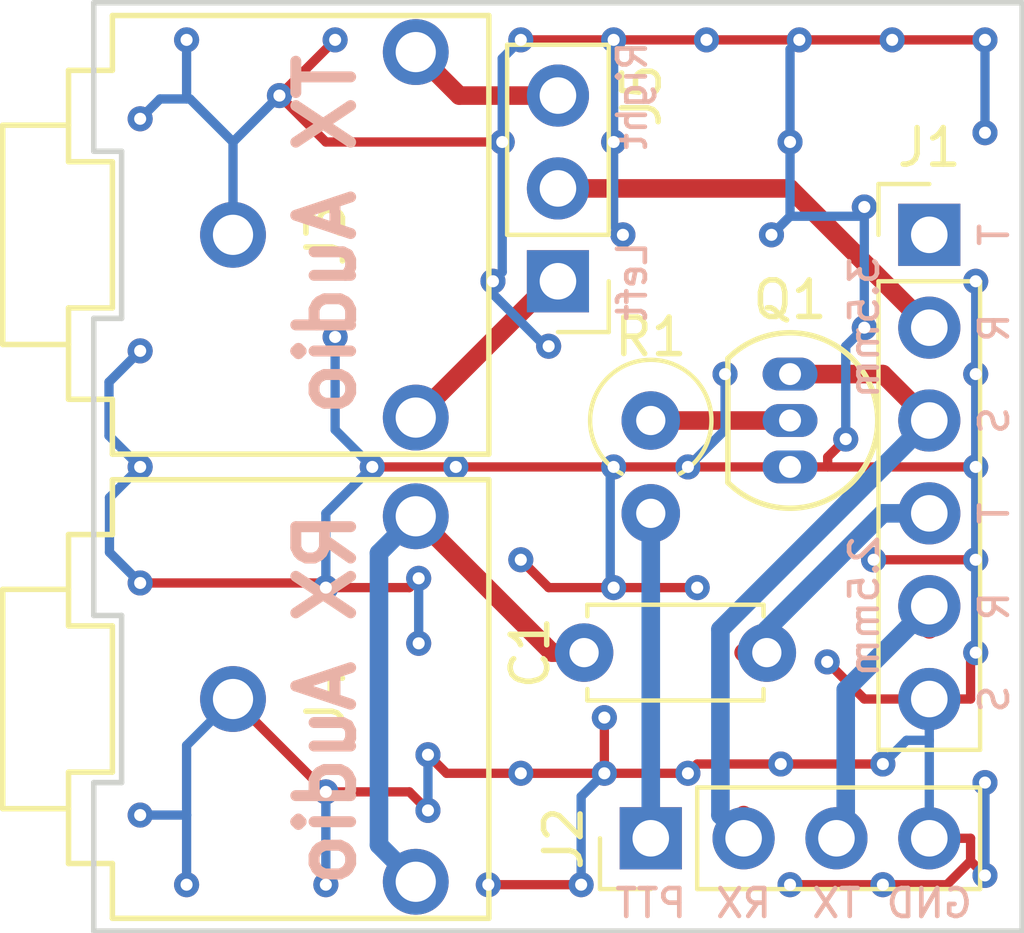
<source format=kicad_pcb>
(kicad_pcb (version 20171130) (host pcbnew "(5.1.12)-1")

  (general
    (thickness 1.6)
    (drawings 28)
    (tracks 136)
    (zones 0)
    (modules 69)
    (nets 12)
  )

  (page USLetter)
  (title_block
    (title "Baofeng Audio Interface")
    (date 2017-05-28)
    (rev v0.1)
    (company AG6GR)
  )

  (layers
    (0 F.Cu signal)
    (31 B.Cu signal)
    (33 F.Adhes user hide)
    (35 F.Paste user hide)
    (36 B.SilkS user hide)
    (37 F.SilkS user hide)
    (39 F.Mask user hide)
    (40 Dwgs.User user hide)
    (41 Cmts.User user hide)
    (42 Eco1.User user hide)
    (43 Eco2.User user hide)
    (44 Edge.Cuts user)
    (45 Margin user hide)
    (47 F.CrtYd user hide)
    (49 F.Fab user hide)
  )

  (setup
    (last_trace_width 0.254)
    (user_trace_width 0.254)
    (user_trace_width 0.508)
    (trace_clearance 0.1524)
    (zone_clearance 0.508)
    (zone_45_only no)
    (trace_min 0.1524)
    (via_size 0.6858)
    (via_drill 0.3302)
    (via_min_size 0.6858)
    (via_min_drill 0.3302)
    (uvia_size 0.762)
    (uvia_drill 0.508)
    (uvias_allowed no)
    (uvia_min_size 0)
    (uvia_min_drill 0)
    (edge_width 0.15)
    (segment_width 0.2)
    (pcb_text_width 0.3)
    (pcb_text_size 1.5 1.5)
    (mod_edge_width 0.15)
    (mod_text_size 1 1)
    (mod_text_width 0.15)
    (pad_size 0.6858 0.6858)
    (pad_drill 0.3302)
    (pad_to_mask_clearance 0.2)
    (aux_axis_origin 0 0)
    (visible_elements 7FFFFFFF)
    (pcbplotparams
      (layerselection 0x00030_80000001)
      (usegerberextensions false)
      (usegerberattributes true)
      (usegerberadvancedattributes true)
      (creategerberjobfile true)
      (excludeedgelayer true)
      (linewidth 0.100000)
      (plotframeref false)
      (viasonmask false)
      (mode 1)
      (useauxorigin false)
      (hpglpennumber 1)
      (hpglpenspeed 20)
      (hpglpendiameter 15.000000)
      (psnegative false)
      (psa4output false)
      (plotreference true)
      (plotvalue true)
      (plotinvisibletext false)
      (padsonsilk false)
      (subtractmaskfromsilk false)
      (outputformat 1)
      (mirror false)
      (drillshape 1)
      (scaleselection 1)
      (outputdirectory ""))
  )

  (net 0 "")
  (net 1 "Net-(C1-Pad1)")
  (net 2 RX_AUDIO)
  (net 3 +5V)
  (net 4 TX_AUDIO)
  (net 5 SERIAL_RX)
  (net 6 SERIAL_TX)
  (net 7 GND)
  (net 8 PTT)
  (net 9 TX_RIGHT+)
  (net 10 TX_LEFT+)
  (net 11 "Net-(Q1-Pad2)")

  (net_class Default "This is the default net class."
    (clearance 0.1524)
    (trace_width 0.254)
    (via_dia 0.6858)
    (via_drill 0.3302)
    (uvia_dia 0.762)
    (uvia_drill 0.508)
    (add_net +5V)
    (add_net GND)
    (add_net "Net-(C1-Pad1)")
    (add_net "Net-(Q1-Pad2)")
    (add_net PTT)
    (add_net RX_AUDIO)
    (add_net SERIAL_RX)
    (add_net SERIAL_TX)
    (add_net TX_AUDIO)
    (add_net TX_LEFT+)
    (add_net TX_RIGHT+)
  )

  (module Vias:VIA_13_7 (layer F.Cu) (tedit 592BA17B) (tstamp 592BA3E3)
    (at 120.65 105.41)
    (descr "Via, 13mm hole, 7mm annular ring")
    (tags via)
    (zone_connect 2)
    (fp_text reference REF**_61 (at 0 2.5) (layer F.SilkS) hide
      (effects (font (size 1 1) (thickness 0.15)))
    )
    (fp_text value VIA_13_7 (at 0 -2.5) (layer F.Fab) hide
      (effects (font (size 1 1) (thickness 0.15)))
    )
    (pad 1 thru_hole circle (at 0 0) (size 0.6858 0.6858) (drill 0.3302) (layers *.Cu)
      (net 7 GND) (zone_connect 2))
  )

  (module Vias:VIA_13_7 (layer F.Cu) (tedit 592BA17B) (tstamp 592BA3DB)
    (at 113.284 116.84)
    (descr "Via, 13mm hole, 7mm annular ring")
    (tags via)
    (zone_connect 2)
    (fp_text reference REF**_60 (at 0 2.5) (layer F.SilkS) hide
      (effects (font (size 1 1) (thickness 0.15)))
    )
    (fp_text value VIA_13_7 (at 0 -2.5) (layer F.Fab) hide
      (effects (font (size 1 1) (thickness 0.15)))
    )
    (pad 1 thru_hole circle (at 0 0) (size 0.6858 0.6858) (drill 0.3302) (layers *.Cu)
      (net 7 GND) (zone_connect 2))
  )

  (module Vias:VIA_13_7 (layer F.Cu) (tedit 592BA17B) (tstamp 592BA3D0)
    (at 107.95 123.19)
    (descr "Via, 13mm hole, 7mm annular ring")
    (tags via)
    (zone_connect 2)
    (fp_text reference REF**_59 (at 0 2.5) (layer F.SilkS) hide
      (effects (font (size 1 1) (thickness 0.15)))
    )
    (fp_text value VIA_13_7 (at 0 -2.5) (layer F.Fab) hide
      (effects (font (size 1 1) (thickness 0.15)))
    )
    (pad 1 thru_hole circle (at 0 0) (size 0.6858 0.6858) (drill 0.3302) (layers *.Cu)
      (net 7 GND) (zone_connect 2))
  )

  (module Vias:VIA_13_7 (layer F.Cu) (tedit 592BA17B) (tstamp 592BA3CC)
    (at 107.95 117.602)
    (descr "Via, 13mm hole, 7mm annular ring")
    (tags via)
    (zone_connect 2)
    (fp_text reference REF**_58 (at 0 2.5) (layer F.SilkS) hide
      (effects (font (size 1 1) (thickness 0.15)))
    )
    (fp_text value VIA_13_7 (at 0 -2.5) (layer F.Fab) hide
      (effects (font (size 1 1) (thickness 0.15)))
    )
    (pad 1 thru_hole circle (at 0 0) (size 0.6858 0.6858) (drill 0.3302) (layers *.Cu)
      (net 7 GND) (zone_connect 2))
  )

  (module Vias:VIA_13_7 (layer F.Cu) (tedit 592BA17B) (tstamp 592BA3C8)
    (at 108.204 110.744)
    (descr "Via, 13mm hole, 7mm annular ring")
    (tags via)
    (zone_connect 2)
    (fp_text reference REF**_57 (at 0 2.5) (layer F.SilkS) hide
      (effects (font (size 1 1) (thickness 0.15)))
    )
    (fp_text value VIA_13_7 (at 0 -2.5) (layer F.Fab) hide
      (effects (font (size 1 1) (thickness 0.15)))
    )
    (pad 1 thru_hole circle (at 0 0) (size 0.6858 0.6858) (drill 0.3302) (layers *.Cu)
      (net 7 GND) (zone_connect 2))
  )

  (module Vias:VIA_13_7 (layer F.Cu) (tedit 592BA17B) (tstamp 592BA3C4)
    (at 122.682 107.188)
    (descr "Via, 13mm hole, 7mm annular ring")
    (tags via)
    (zone_connect 2)
    (fp_text reference REF**_56 (at 0 2.5) (layer F.SilkS) hide
      (effects (font (size 1 1) (thickness 0.15)))
    )
    (fp_text value VIA_13_7 (at 0 -2.5) (layer F.Fab) hide
      (effects (font (size 1 1) (thickness 0.15)))
    )
    (pad 1 thru_hole circle (at 0 0) (size 0.6858 0.6858) (drill 0.3302) (layers *.Cu)
      (net 7 GND) (zone_connect 2))
  )

  (module Vias:VIA_13_7 (layer F.Cu) (tedit 592BA17B) (tstamp 592BA3BC)
    (at 115.824 105.41)
    (descr "Via, 13mm hole, 7mm annular ring")
    (tags via)
    (zone_connect 2)
    (fp_text reference REF**_55 (at 0 2.5) (layer F.SilkS) hide
      (effects (font (size 1 1) (thickness 0.15)))
    )
    (fp_text value VIA_13_7 (at 0 -2.5) (layer F.Fab) hide
      (effects (font (size 1 1) (thickness 0.15)))
    )
    (pad 1 thru_hole circle (at 0 0) (size 0.6858 0.6858) (drill 0.3302) (layers *.Cu)
      (net 7 GND) (zone_connect 2))
  )

  (module Vias:VIA_13_7 (layer F.Cu) (tedit 592BA17B) (tstamp 592BA3B8)
    (at 112.522 109.22)
    (descr "Via, 13mm hole, 7mm annular ring")
    (tags via)
    (zone_connect 2)
    (fp_text reference REF**_54 (at 0 2.5) (layer F.SilkS) hide
      (effects (font (size 1 1) (thickness 0.15)))
    )
    (fp_text value VIA_13_7 (at 0 -2.5) (layer F.Fab) hide
      (effects (font (size 1 1) (thickness 0.15)))
    )
    (pad 1 thru_hole circle (at 0 0) (size 0.6858 0.6858) (drill 0.3302) (layers *.Cu)
      (net 7 GND) (zone_connect 2))
  )

  (module Vias:VIA_13_7 (layer F.Cu) (tedit 592BA17B) (tstamp 592BA3B4)
    (at 112.776 105.41)
    (descr "Via, 13mm hole, 7mm annular ring")
    (tags via)
    (zone_connect 2)
    (fp_text reference REF**_53 (at 0 2.5) (layer F.SilkS) hide
      (effects (font (size 1 1) (thickness 0.15)))
    )
    (fp_text value VIA_13_7 (at 0 -2.5) (layer F.Fab) hide
      (effects (font (size 1 1) (thickness 0.15)))
    )
    (pad 1 thru_hole circle (at 0 0) (size 0.6858 0.6858) (drill 0.3302) (layers *.Cu)
      (net 7 GND) (zone_connect 2))
  )

  (module Vias:VIA_13_7 (layer F.Cu) (tedit 592BA17B) (tstamp 592BA3B0)
    (at 114.046 110.998)
    (descr "Via, 13mm hole, 7mm annular ring")
    (tags via)
    (zone_connect 2)
    (fp_text reference REF**_52 (at 0 2.5) (layer F.SilkS) hide
      (effects (font (size 1 1) (thickness 0.15)))
    )
    (fp_text value VIA_13_7 (at 0 -2.5) (layer F.Fab) hide
      (effects (font (size 1 1) (thickness 0.15)))
    )
    (pad 1 thru_hole circle (at 0 0) (size 0.6858 0.6858) (drill 0.3302) (layers *.Cu)
      (net 7 GND) (zone_connect 2))
  )

  (module Vias:VIA_13_7 (layer F.Cu) (tedit 592BA17B) (tstamp 592BA3AC)
    (at 116.078 107.95)
    (descr "Via, 13mm hole, 7mm annular ring")
    (tags via)
    (zone_connect 2)
    (fp_text reference REF**_51 (at 0 2.5) (layer F.SilkS) hide
      (effects (font (size 1 1) (thickness 0.15)))
    )
    (fp_text value VIA_13_7 (at 0 -2.5) (layer F.Fab) hide
      (effects (font (size 1 1) (thickness 0.15)))
    )
    (pad 1 thru_hole circle (at 0 0) (size 0.6858 0.6858) (drill 0.3302) (layers *.Cu)
      (net 7 GND) (zone_connect 2))
  )

  (module Vias:VIA_13_7 (layer F.Cu) (tedit 592BA17B) (tstamp 592BA3A8)
    (at 120.142 107.95)
    (descr "Via, 13mm hole, 7mm annular ring")
    (tags via)
    (zone_connect 2)
    (fp_text reference REF**_50 (at 0 2.5) (layer F.SilkS) hide
      (effects (font (size 1 1) (thickness 0.15)))
    )
    (fp_text value VIA_13_7 (at 0 -2.5) (layer F.Fab) hide
      (effects (font (size 1 1) (thickness 0.15)))
    )
    (pad 1 thru_hole circle (at 0 0) (size 0.6858 0.6858) (drill 0.3302) (layers *.Cu)
      (net 7 GND) (zone_connect 2))
  )

  (module Vias:VIA_13_7 (layer F.Cu) (tedit 592BA17B) (tstamp 592BA3A4)
    (at 122.682 110.49)
    (descr "Via, 13mm hole, 7mm annular ring")
    (tags via)
    (zone_connect 2)
    (fp_text reference REF**_49 (at 0 2.5) (layer F.SilkS) hide
      (effects (font (size 1 1) (thickness 0.15)))
    )
    (fp_text value VIA_13_7 (at 0 -2.5) (layer F.Fab) hide
      (effects (font (size 1 1) (thickness 0.15)))
    )
    (pad 1 thru_hole circle (at 0 0) (size 0.6858 0.6858) (drill 0.3302) (layers *.Cu)
      (net 7 GND) (zone_connect 2))
  )

  (module Vias:VIA_13_7 (layer F.Cu) (tedit 592BA17B) (tstamp 592BA3A0)
    (at 118.872 111.76)
    (descr "Via, 13mm hole, 7mm annular ring")
    (tags via)
    (zone_connect 2)
    (fp_text reference REF**_48 (at 0 2.5) (layer F.SilkS) hide
      (effects (font (size 1 1) (thickness 0.15)))
    )
    (fp_text value VIA_13_7 (at 0 -2.5) (layer F.Fab) hide
      (effects (font (size 1 1) (thickness 0.15)))
    )
    (pad 1 thru_hole circle (at 0 0) (size 0.6858 0.6858) (drill 0.3302) (layers *.Cu)
      (net 7 GND) (zone_connect 2))
  )

  (module Vias:VIA_13_7 (layer F.Cu) (tedit 592BA17B) (tstamp 592BA382)
    (at 123.19 122.428)
    (descr "Via, 13mm hole, 7mm annular ring")
    (tags via)
    (zone_connect 2)
    (fp_text reference REF**_47 (at 0 2.5) (layer F.SilkS) hide
      (effects (font (size 1 1) (thickness 0.15)))
    )
    (fp_text value VIA_13_7 (at 0 -2.5) (layer F.Fab) hide
      (effects (font (size 1 1) (thickness 0.15)))
    )
    (pad 1 thru_hole circle (at 0 0) (size 0.6858 0.6858) (drill 0.3302) (layers *.Cu)
      (net 7 GND) (zone_connect 2))
  )

  (module Vias:VIA_13_7 (layer F.Cu) (tedit 592BA17B) (tstamp 592BA37D)
    (at 121.666 119.634)
    (descr "Via, 13mm hole, 7mm annular ring")
    (tags via)
    (zone_connect 2)
    (fp_text reference REF**_46 (at 0 2.5) (layer F.SilkS) hide
      (effects (font (size 1 1) (thickness 0.15)))
    )
    (fp_text value VIA_13_7 (at 0 -2.5) (layer F.Fab) hide
      (effects (font (size 1 1) (thickness 0.15)))
    )
    (pad 1 thru_hole circle (at 0 0) (size 0.6858 0.6858) (drill 0.3302) (layers *.Cu)
      (net 7 GND) (zone_connect 2))
  )

  (module Vias:VIA_13_7 (layer F.Cu) (tedit 592BA17B) (tstamp 592BA376)
    (at 122.936 116.84)
    (descr "Via, 13mm hole, 7mm annular ring")
    (tags via)
    (zone_connect 2)
    (fp_text reference REF**_45 (at 0 2.5) (layer F.SilkS) hide
      (effects (font (size 1 1) (thickness 0.15)))
    )
    (fp_text value VIA_13_7 (at 0 -2.5) (layer F.Fab) hide
      (effects (font (size 1 1) (thickness 0.15)))
    )
    (pad 1 thru_hole circle (at 0 0) (size 0.6858 0.6858) (drill 0.3302) (layers *.Cu)
      (net 7 GND) (zone_connect 2))
  )

  (module Vias:VIA_13_7 (layer F.Cu) (tedit 592BA17B) (tstamp 592BA372)
    (at 122.174 113.538)
    (descr "Via, 13mm hole, 7mm annular ring")
    (tags via)
    (zone_connect 2)
    (fp_text reference REF**_44 (at 0 2.5) (layer F.SilkS) hide
      (effects (font (size 1 1) (thickness 0.15)))
    )
    (fp_text value VIA_13_7 (at 0 -2.5) (layer F.Fab) hide
      (effects (font (size 1 1) (thickness 0.15)))
    )
    (pad 1 thru_hole circle (at 0 0) (size 0.6858 0.6858) (drill 0.3302) (layers *.Cu)
      (net 7 GND) (zone_connect 2))
  )

  (module Vias:VIA_13_7 (layer F.Cu) (tedit 592BA17B) (tstamp 592BA36E)
    (at 115.824 114.3)
    (descr "Via, 13mm hole, 7mm annular ring")
    (tags via)
    (zone_connect 2)
    (fp_text reference REF**_43 (at 0 2.5) (layer F.SilkS) hide
      (effects (font (size 1 1) (thickness 0.15)))
    )
    (fp_text value VIA_13_7 (at 0 -2.5) (layer F.Fab) hide
      (effects (font (size 1 1) (thickness 0.15)))
    )
    (pad 1 thru_hole circle (at 0 0) (size 0.6858 0.6858) (drill 0.3302) (layers *.Cu)
      (net 7 GND) (zone_connect 2))
  )

  (module Vias:VIA_13_7 (layer F.Cu) (tedit 592BA17B) (tstamp 592BA36A)
    (at 117.856 114.3)
    (descr "Via, 13mm hole, 7mm annular ring")
    (tags via)
    (zone_connect 2)
    (fp_text reference REF**_42 (at 0 2.5) (layer F.SilkS) hide
      (effects (font (size 1 1) (thickness 0.15)))
    )
    (fp_text value VIA_13_7 (at 0 -2.5) (layer F.Fab) hide
      (effects (font (size 1 1) (thickness 0.15)))
    )
    (pad 1 thru_hole circle (at 0 0) (size 0.6858 0.6858) (drill 0.3302) (layers *.Cu)
      (net 7 GND) (zone_connect 2))
  )

  (module Vias:VIA_13_7 (layer F.Cu) (tedit 592BA17B) (tstamp 592BA366)
    (at 118.11 117.602)
    (descr "Via, 13mm hole, 7mm annular ring")
    (tags via)
    (zone_connect 2)
    (fp_text reference REF**_41 (at 0 2.5) (layer F.SilkS) hide
      (effects (font (size 1 1) (thickness 0.15)))
    )
    (fp_text value VIA_13_7 (at 0 -2.5) (layer F.Fab) hide
      (effects (font (size 1 1) (thickness 0.15)))
    )
    (pad 1 thru_hole circle (at 0 0) (size 0.6858 0.6858) (drill 0.3302) (layers *.Cu)
      (net 7 GND) (zone_connect 2))
  )

  (module Vias:VIA_13_7 (layer F.Cu) (tedit 592BA17B) (tstamp 592BA362)
    (at 115.824 117.602)
    (descr "Via, 13mm hole, 7mm annular ring")
    (tags via)
    (zone_connect 2)
    (fp_text reference REF**_40 (at 0 2.5) (layer F.SilkS) hide
      (effects (font (size 1 1) (thickness 0.15)))
    )
    (fp_text value VIA_13_7 (at 0 -2.5) (layer F.Fab) hide
      (effects (font (size 1 1) (thickness 0.15)))
    )
    (pad 1 thru_hole circle (at 0 0) (size 0.6858 0.6858) (drill 0.3302) (layers *.Cu)
      (net 7 GND) (zone_connect 2))
  )

  (module Vias:VIA_13_7 (layer F.Cu) (tedit 592BA17B) (tstamp 592BA35E)
    (at 109.22 114.3)
    (descr "Via, 13mm hole, 7mm annular ring")
    (tags via)
    (zone_connect 2)
    (fp_text reference REF**_39 (at 0 2.5) (layer F.SilkS) hide
      (effects (font (size 1 1) (thickness 0.15)))
    )
    (fp_text value VIA_13_7 (at 0 -2.5) (layer F.Fab) hide
      (effects (font (size 1 1) (thickness 0.15)))
    )
    (pad 1 thru_hole circle (at 0 0) (size 0.6858 0.6858) (drill 0.3302) (layers *.Cu)
      (net 7 GND) (zone_connect 2))
  )

  (module Vias:VIA_13_7 (layer F.Cu) (tedit 592BA17B) (tstamp 592BA35A)
    (at 111.506 114.3)
    (descr "Via, 13mm hole, 7mm annular ring")
    (tags via)
    (zone_connect 2)
    (fp_text reference REF**_38 (at 0 2.5) (layer F.SilkS) hide
      (effects (font (size 1 1) (thickness 0.15)))
    )
    (fp_text value VIA_13_7 (at 0 -2.5) (layer F.Fab) hide
      (effects (font (size 1 1) (thickness 0.15)))
    )
    (pad 1 thru_hole circle (at 0 0) (size 0.6858 0.6858) (drill 0.3302) (layers *.Cu)
      (net 7 GND) (zone_connect 2))
  )

  (module Vias:VIA_13_7 (layer F.Cu) (tedit 592BA17B) (tstamp 592BA356)
    (at 113.284 122.682)
    (descr "Via, 13mm hole, 7mm annular ring")
    (tags via)
    (zone_connect 2)
    (fp_text reference REF**_37 (at 0 2.5) (layer F.SilkS) hide
      (effects (font (size 1 1) (thickness 0.15)))
    )
    (fp_text value VIA_13_7 (at 0 -2.5) (layer F.Fab) hide
      (effects (font (size 1 1) (thickness 0.15)))
    )
    (pad 1 thru_hole circle (at 0 0) (size 0.6858 0.6858) (drill 0.3302) (layers *.Cu)
      (net 7 GND) (zone_connect 2))
  )

  (module Vias:VIA_13_7 (layer F.Cu) (tedit 592BA17B) (tstamp 592BA352)
    (at 115.57 122.682)
    (descr "Via, 13mm hole, 7mm annular ring")
    (tags via)
    (zone_connect 2)
    (fp_text reference REF**_36 (at 0 2.5) (layer F.SilkS) hide
      (effects (font (size 1 1) (thickness 0.15)))
    )
    (fp_text value VIA_13_7 (at 0 -2.5) (layer F.Fab) hide
      (effects (font (size 1 1) (thickness 0.15)))
    )
    (pad 1 thru_hole circle (at 0 0) (size 0.6858 0.6858) (drill 0.3302) (layers *.Cu)
      (net 7 GND) (zone_connect 2))
  )

  (module Vias:VIA_13_7 (layer F.Cu) (tedit 592BA17B) (tstamp 592BA345)
    (at 115.57 121.158)
    (descr "Via, 13mm hole, 7mm annular ring")
    (tags via)
    (zone_connect 2)
    (fp_text reference REF**_35 (at 0 2.5) (layer F.SilkS) hide
      (effects (font (size 1 1) (thickness 0.15)))
    )
    (fp_text value VIA_13_7 (at 0 -2.5) (layer F.Fab) hide
      (effects (font (size 1 1) (thickness 0.15)))
    )
    (pad 1 thru_hole circle (at 0 0) (size 0.6858 0.6858) (drill 0.3302) (layers *.Cu)
      (net 7 GND) (zone_connect 2))
  )

  (module Vias:VIA_13_7 (layer F.Cu) (tedit 592BA17B) (tstamp 592BA341)
    (at 110.49 119.126)
    (descr "Via, 13mm hole, 7mm annular ring")
    (tags via)
    (zone_connect 2)
    (fp_text reference REF**_34 (at 0 2.5) (layer F.SilkS) hide
      (effects (font (size 1 1) (thickness 0.15)))
    )
    (fp_text value VIA_13_7 (at 0 -2.5) (layer F.Fab) hide
      (effects (font (size 1 1) (thickness 0.15)))
    )
    (pad 1 thru_hole circle (at 0 0) (size 0.6858 0.6858) (drill 0.3302) (layers *.Cu)
      (net 7 GND) (zone_connect 2))
  )

  (module Vias:VIA_13_7 (layer F.Cu) (tedit 592BA17B) (tstamp 592BA33D)
    (at 110.49 117.348)
    (descr "Via, 13mm hole, 7mm annular ring")
    (tags via)
    (zone_connect 2)
    (fp_text reference REF**_33 (at 0 2.5) (layer F.SilkS) hide
      (effects (font (size 1 1) (thickness 0.15)))
    )
    (fp_text value VIA_13_7 (at 0 -2.5) (layer F.Fab) hide
      (effects (font (size 1 1) (thickness 0.15)))
    )
    (pad 1 thru_hole circle (at 0 0) (size 0.6858 0.6858) (drill 0.3302) (layers *.Cu)
      (net 7 GND) (zone_connect 2))
  )

  (module Vias:VIA_13_7 (layer F.Cu) (tedit 592BA17B) (tstamp 592BA339)
    (at 110.744 123.698)
    (descr "Via, 13mm hole, 7mm annular ring")
    (tags via)
    (zone_connect 2)
    (fp_text reference REF**_32 (at 0 2.5) (layer F.SilkS) hide
      (effects (font (size 1 1) (thickness 0.15)))
    )
    (fp_text value VIA_13_7 (at 0 -2.5) (layer F.Fab) hide
      (effects (font (size 1 1) (thickness 0.15)))
    )
    (pad 1 thru_hole circle (at 0 0) (size 0.6858 0.6858) (drill 0.3302) (layers *.Cu)
      (net 7 GND) (zone_connect 2))
  )

  (module Vias:VIA_13_7 (layer F.Cu) (tedit 592BA17B) (tstamp 592BA335)
    (at 110.744 122.174)
    (descr "Via, 13mm hole, 7mm annular ring")
    (tags via)
    (zone_connect 2)
    (fp_text reference REF**_31 (at 0 2.5) (layer F.SilkS) hide
      (effects (font (size 1 1) (thickness 0.15)))
    )
    (fp_text value VIA_13_7 (at 0 -2.5) (layer F.Fab) hide
      (effects (font (size 1 1) (thickness 0.15)))
    )
    (pad 1 thru_hole circle (at 0 0) (size 0.6858 0.6858) (drill 0.3302) (layers *.Cu)
      (net 7 GND) (zone_connect 2))
  )

  (module Vias:VIA_13_7 (layer F.Cu) (tedit 592BA17B) (tstamp 592BA2CF)
    (at 125.984 125.476)
    (descr "Via, 13mm hole, 7mm annular ring")
    (tags via)
    (zone_connect 2)
    (fp_text reference REF**_30 (at 0 2.5) (layer F.SilkS) hide
      (effects (font (size 1 1) (thickness 0.15)))
    )
    (fp_text value VIA_13_7 (at 0 -2.5) (layer F.Fab) hide
      (effects (font (size 1 1) (thickness 0.15)))
    )
    (pad 1 thru_hole circle (at 0 0) (size 0.6858 0.6858) (drill 0.3302) (layers *.Cu)
      (net 7 GND) (zone_connect 2))
  )

  (module Vias:VIA_13_7 (layer F.Cu) (tedit 592BA17B) (tstamp 592BA2CB)
    (at 125.984 122.936)
    (descr "Via, 13mm hole, 7mm annular ring")
    (tags via)
    (zone_connect 2)
    (fp_text reference REF**_29 (at 0 2.5) (layer F.SilkS) hide
      (effects (font (size 1 1) (thickness 0.15)))
    )
    (fp_text value VIA_13_7 (at 0 -2.5) (layer F.Fab) hide
      (effects (font (size 1 1) (thickness 0.15)))
    )
    (pad 1 thru_hole circle (at 0 0) (size 0.6858 0.6858) (drill 0.3302) (layers *.Cu)
      (net 7 GND) (zone_connect 2))
  )

  (module Vias:VIA_13_7 (layer F.Cu) (tedit 592BA17B) (tstamp 592BA2AF)
    (at 125.984 105.156)
    (descr "Via, 13mm hole, 7mm annular ring")
    (tags via)
    (zone_connect 2)
    (fp_text reference REF**_28 (at 0 2.5) (layer F.SilkS) hide
      (effects (font (size 1 1) (thickness 0.15)))
    )
    (fp_text value VIA_13_7 (at 0 -2.5) (layer F.Fab) hide
      (effects (font (size 1 1) (thickness 0.15)))
    )
    (pad 1 thru_hole circle (at 0 0) (size 0.6858 0.6858) (drill 0.3302) (layers *.Cu)
      (net 7 GND) (zone_connect 2))
  )

  (module Vias:VIA_13_7 (layer F.Cu) (tedit 592BA17B) (tstamp 592BA281)
    (at 125.73 109.22)
    (descr "Via, 13mm hole, 7mm annular ring")
    (tags via)
    (zone_connect 2)
    (fp_text reference REF**_27 (at 0 2.5) (layer F.SilkS) hide
      (effects (font (size 1 1) (thickness 0.15)))
    )
    (fp_text value VIA_13_7 (at 0 -2.5) (layer F.Fab) hide
      (effects (font (size 1 1) (thickness 0.15)))
    )
    (pad 1 thru_hole circle (at 0 0) (size 0.6858 0.6858) (drill 0.3302) (layers *.Cu)
      (net 7 GND) (zone_connect 2))
  )

  (module Vias:VIA_13_7 (layer F.Cu) (tedit 592BA17B) (tstamp 592BA27D)
    (at 125.73 111.76)
    (descr "Via, 13mm hole, 7mm annular ring")
    (tags via)
    (zone_connect 2)
    (fp_text reference REF**_26 (at 0 2.5) (layer F.SilkS) hide
      (effects (font (size 1 1) (thickness 0.15)))
    )
    (fp_text value VIA_13_7 (at 0 -2.5) (layer F.Fab) hide
      (effects (font (size 1 1) (thickness 0.15)))
    )
    (pad 1 thru_hole circle (at 0 0) (size 0.6858 0.6858) (drill 0.3302) (layers *.Cu)
      (net 7 GND) (zone_connect 2))
  )

  (module Vias:VIA_13_7 (layer F.Cu) (tedit 592BA17B) (tstamp 592BA279)
    (at 125.73 114.3)
    (descr "Via, 13mm hole, 7mm annular ring")
    (tags via)
    (zone_connect 2)
    (fp_text reference REF**_25 (at 0 2.5) (layer F.SilkS) hide
      (effects (font (size 1 1) (thickness 0.15)))
    )
    (fp_text value VIA_13_7 (at 0 -2.5) (layer F.Fab) hide
      (effects (font (size 1 1) (thickness 0.15)))
    )
    (pad 1 thru_hole circle (at 0 0) (size 0.6858 0.6858) (drill 0.3302) (layers *.Cu)
      (net 7 GND) (zone_connect 2))
  )

  (module Vias:VIA_13_7 (layer F.Cu) (tedit 592BA17B) (tstamp 592BA275)
    (at 125.73 116.84)
    (descr "Via, 13mm hole, 7mm annular ring")
    (tags via)
    (zone_connect 2)
    (fp_text reference REF**_24 (at 0 2.5) (layer F.SilkS) hide
      (effects (font (size 1 1) (thickness 0.15)))
    )
    (fp_text value VIA_13_7 (at 0 -2.5) (layer F.Fab) hide
      (effects (font (size 1 1) (thickness 0.15)))
    )
    (pad 1 thru_hole circle (at 0 0) (size 0.6858 0.6858) (drill 0.3302) (layers *.Cu)
      (net 7 GND) (zone_connect 2))
  )

  (module Vias:VIA_13_7 (layer F.Cu) (tedit 592BA17B) (tstamp 592BA271)
    (at 125.73 119.38)
    (descr "Via, 13mm hole, 7mm annular ring")
    (tags via)
    (zone_connect 2)
    (fp_text reference REF**_23 (at 0 2.5) (layer F.SilkS) hide
      (effects (font (size 1 1) (thickness 0.15)))
    )
    (fp_text value VIA_13_7 (at 0 -2.5) (layer F.Fab) hide
      (effects (font (size 1 1) (thickness 0.15)))
    )
    (pad 1 thru_hole circle (at 0 0) (size 0.6858 0.6858) (drill 0.3302) (layers *.Cu)
      (net 7 GND) (zone_connect 2))
  )

  (module Vias:VIA_13_7 (layer F.Cu) (tedit 592BA17B) (tstamp 592BA269)
    (at 112.395 125.73)
    (descr "Via, 13mm hole, 7mm annular ring")
    (tags via)
    (zone_connect 2)
    (fp_text reference REF**_22 (at 0 2.5) (layer F.SilkS) hide
      (effects (font (size 1 1) (thickness 0.15)))
    )
    (fp_text value VIA_13_7 (at 0 -2.5) (layer F.Fab) hide
      (effects (font (size 1 1) (thickness 0.15)))
    )
    (pad 1 thru_hole circle (at 0 0) (size 0.6858 0.6858) (drill 0.3302) (layers *.Cu)
      (net 7 GND) (zone_connect 2))
  )

  (module Vias:VIA_13_7 (layer F.Cu) (tedit 592BA17B) (tstamp 592BA265)
    (at 114.935 125.73)
    (descr "Via, 13mm hole, 7mm annular ring")
    (tags via)
    (zone_connect 2)
    (fp_text reference REF**_21 (at 0 2.5) (layer F.SilkS) hide
      (effects (font (size 1 1) (thickness 0.15)))
    )
    (fp_text value VIA_13_7 (at 0 -2.5) (layer F.Fab) hide
      (effects (font (size 1 1) (thickness 0.15)))
    )
    (pad 1 thru_hole circle (at 0 0) (size 0.6858 0.6858) (drill 0.3302) (layers *.Cu)
      (net 7 GND) (zone_connect 2))
  )

  (module Vias:VIA_13_7 (layer F.Cu) (tedit 592BA17B) (tstamp 592BA261)
    (at 120.65 125.73)
    (descr "Via, 13mm hole, 7mm annular ring")
    (tags via)
    (zone_connect 2)
    (fp_text reference REF**_20 (at 0 2.5) (layer F.SilkS) hide
      (effects (font (size 1 1) (thickness 0.15)))
    )
    (fp_text value VIA_13_7 (at 0 -2.5) (layer F.Fab) hide
      (effects (font (size 1 1) (thickness 0.15)))
    )
    (pad 1 thru_hole circle (at 0 0) (size 0.6858 0.6858) (drill 0.3302) (layers *.Cu)
      (net 7 GND) (zone_connect 2))
  )

  (module Vias:VIA_13_7 (layer F.Cu) (tedit 592BA17B) (tstamp 592BA25D)
    (at 123.19 125.73)
    (descr "Via, 13mm hole, 7mm annular ring")
    (tags via)
    (zone_connect 2)
    (fp_text reference REF**_19 (at 0 2.5) (layer F.SilkS) hide
      (effects (font (size 1 1) (thickness 0.15)))
    )
    (fp_text value VIA_13_7 (at 0 -2.5) (layer F.Fab) hide
      (effects (font (size 1 1) (thickness 0.15)))
    )
    (pad 1 thru_hole circle (at 0 0) (size 0.6858 0.6858) (drill 0.3302) (layers *.Cu)
      (net 7 GND) (zone_connect 2))
  )

  (module Vias:VIA_13_7 (layer F.Cu) (tedit 592BA17B) (tstamp 592BA255)
    (at 107.95 125.73)
    (descr "Via, 13mm hole, 7mm annular ring")
    (tags via)
    (zone_connect 2)
    (fp_text reference REF**_18 (at 0 2.5) (layer F.SilkS) hide
      (effects (font (size 1 1) (thickness 0.15)))
    )
    (fp_text value VIA_13_7 (at 0 -2.5) (layer F.Fab) hide
      (effects (font (size 1 1) (thickness 0.15)))
    )
    (pad 1 thru_hole circle (at 0 0) (size 0.6858 0.6858) (drill 0.3302) (layers *.Cu)
      (net 7 GND) (zone_connect 2))
  )

  (module Vias:VIA_13_7 (layer F.Cu) (tedit 592BA17B) (tstamp 592BA251)
    (at 104.14 125.73)
    (descr "Via, 13mm hole, 7mm annular ring")
    (tags via)
    (zone_connect 2)
    (fp_text reference REF**_17 (at 0 2.5) (layer F.SilkS) hide
      (effects (font (size 1 1) (thickness 0.15)))
    )
    (fp_text value VIA_13_7 (at 0 -2.5) (layer F.Fab) hide
      (effects (font (size 1 1) (thickness 0.15)))
    )
    (pad 1 thru_hole circle (at 0 0) (size 0.6858 0.6858) (drill 0.3302) (layers *.Cu)
      (net 7 GND) (zone_connect 2))
  )

  (module Vias:VIA_13_7 (layer F.Cu) (tedit 592BA17B) (tstamp 592BA24D)
    (at 102.87 123.825)
    (descr "Via, 13mm hole, 7mm annular ring")
    (tags via)
    (zone_connect 2)
    (fp_text reference REF**_16 (at 0 2.5) (layer F.SilkS) hide
      (effects (font (size 1 1) (thickness 0.15)))
    )
    (fp_text value VIA_13_7 (at 0 -2.5) (layer F.Fab) hide
      (effects (font (size 1 1) (thickness 0.15)))
    )
    (pad 1 thru_hole circle (at 0 0) (size 0.6858 0.6858) (drill 0.3302) (layers *.Cu)
      (net 7 GND) (zone_connect 2))
  )

  (module Vias:VIA_13_7 (layer F.Cu) (tedit 592BA17B) (tstamp 592BA249)
    (at 102.87 114.3)
    (descr "Via, 13mm hole, 7mm annular ring")
    (tags via)
    (zone_connect 2)
    (fp_text reference REF**_15 (at 0 2.5) (layer F.SilkS) hide
      (effects (font (size 1 1) (thickness 0.15)))
    )
    (fp_text value VIA_13_7 (at 0 -2.5) (layer F.Fab) hide
      (effects (font (size 1 1) (thickness 0.15)))
    )
    (pad 1 thru_hole circle (at 0 0) (size 0.6858 0.6858) (drill 0.3302) (layers *.Cu)
      (net 7 GND) (zone_connect 2))
  )

  (module Vias:VIA_13_7 (layer F.Cu) (tedit 592BA17B) (tstamp 592BA245)
    (at 102.87 117.475)
    (descr "Via, 13mm hole, 7mm annular ring")
    (tags via)
    (zone_connect 2)
    (fp_text reference REF**_14 (at 0 2.5) (layer F.SilkS) hide
      (effects (font (size 1 1) (thickness 0.15)))
    )
    (fp_text value VIA_13_7 (at 0 -2.5) (layer F.Fab) hide
      (effects (font (size 1 1) (thickness 0.15)))
    )
    (pad 1 thru_hole circle (at 0 0) (size 0.6858 0.6858) (drill 0.3302) (layers *.Cu)
      (net 7 GND) (zone_connect 2))
  )

  (module Vias:VIA_13_7 (layer F.Cu) (tedit 592BA17B) (tstamp 592BA241)
    (at 102.87 111.125)
    (descr "Via, 13mm hole, 7mm annular ring")
    (tags via)
    (zone_connect 2)
    (fp_text reference REF**_13 (at 0 2.5) (layer F.SilkS) hide
      (effects (font (size 1 1) (thickness 0.15)))
    )
    (fp_text value VIA_13_7 (at 0 -2.5) (layer F.Fab) hide
      (effects (font (size 1 1) (thickness 0.15)))
    )
    (pad 1 thru_hole circle (at 0 0) (size 0.6858 0.6858) (drill 0.3302) (layers *.Cu)
      (net 7 GND) (zone_connect 2))
  )

  (module Vias:VIA_13_7 (layer F.Cu) (tedit 592BA17B) (tstamp 592BA23D)
    (at 102.87 104.775)
    (descr "Via, 13mm hole, 7mm annular ring")
    (tags via)
    (zone_connect 2)
    (fp_text reference REF**_12 (at 0 2.5) (layer F.SilkS) hide
      (effects (font (size 1 1) (thickness 0.15)))
    )
    (fp_text value VIA_13_7 (at 0 -2.5) (layer F.Fab) hide
      (effects (font (size 1 1) (thickness 0.15)))
    )
    (pad 1 thru_hole circle (at 0 0) (size 0.6858 0.6858) (drill 0.3302) (layers *.Cu)
      (net 7 GND) (zone_connect 2))
  )

  (module Vias:VIA_13_7 (layer F.Cu) (tedit 592BA17B) (tstamp 592BA22B)
    (at 104.14 102.616)
    (descr "Via, 13mm hole, 7mm annular ring")
    (tags via)
    (zone_connect 2)
    (fp_text reference REF**_11 (at 0 2.5) (layer F.SilkS) hide
      (effects (font (size 1 1) (thickness 0.15)))
    )
    (fp_text value VIA_13_7 (at 0 -2.5) (layer F.Fab) hide
      (effects (font (size 1 1) (thickness 0.15)))
    )
    (pad 1 thru_hole circle (at 0 0) (size 0.6858 0.6858) (drill 0.3302) (layers *.Cu)
      (net 7 GND) (zone_connect 2))
  )

  (module Vias:VIA_13_7 (layer F.Cu) (tedit 592BA17B) (tstamp 592BA227)
    (at 106.68 104.14)
    (descr "Via, 13mm hole, 7mm annular ring")
    (tags via)
    (zone_connect 2)
    (fp_text reference REF**_10 (at 0 2.5) (layer F.SilkS) hide
      (effects (font (size 1 1) (thickness 0.15)))
    )
    (fp_text value VIA_13_7 (at 0 -2.5) (layer F.Fab) hide
      (effects (font (size 1 1) (thickness 0.15)))
    )
    (pad 1 thru_hole circle (at 0 0) (size 0.6858 0.6858) (drill 0.3302) (layers *.Cu)
      (net 7 GND) (zone_connect 2))
  )

  (module Vias:VIA_13_7 (layer F.Cu) (tedit 592BA17B) (tstamp 592BA223)
    (at 108.204 102.616)
    (descr "Via, 13mm hole, 7mm annular ring")
    (tags via)
    (zone_connect 2)
    (fp_text reference REF**_9 (at 0 2.5) (layer F.SilkS) hide
      (effects (font (size 1 1) (thickness 0.15)))
    )
    (fp_text value VIA_13_7 (at 0 -2.5) (layer F.Fab) hide
      (effects (font (size 1 1) (thickness 0.15)))
    )
    (pad 1 thru_hole circle (at 0 0) (size 0.6858 0.6858) (drill 0.3302) (layers *.Cu)
      (net 7 GND) (zone_connect 2))
  )

  (module Vias:VIA_13_7 (layer F.Cu) (tedit 592BA17B) (tstamp 592BA21B)
    (at 113.284 102.616)
    (descr "Via, 13mm hole, 7mm annular ring")
    (tags via)
    (zone_connect 2)
    (fp_text reference REF**_8 (at 0 2.5) (layer F.SilkS) hide
      (effects (font (size 1 1) (thickness 0.15)))
    )
    (fp_text value VIA_13_7 (at 0 -2.5) (layer F.Fab) hide
      (effects (font (size 1 1) (thickness 0.15)))
    )
    (pad 1 thru_hole circle (at 0 0) (size 0.6858 0.6858) (drill 0.3302) (layers *.Cu)
      (net 7 GND) (zone_connect 2))
  )

  (module Vias:VIA_13_7 (layer F.Cu) (tedit 592BA17B) (tstamp 592BA217)
    (at 115.824 102.616)
    (descr "Via, 13mm hole, 7mm annular ring")
    (tags via)
    (zone_connect 2)
    (fp_text reference REF**_7 (at 0 2.5) (layer F.SilkS) hide
      (effects (font (size 1 1) (thickness 0.15)))
    )
    (fp_text value VIA_13_7 (at 0 -2.5) (layer F.Fab) hide
      (effects (font (size 1 1) (thickness 0.15)))
    )
    (pad 1 thru_hole circle (at 0 0) (size 0.6858 0.6858) (drill 0.3302) (layers *.Cu)
      (net 7 GND) (zone_connect 2))
  )

  (module Vias:VIA_13_7 (layer F.Cu) (tedit 592BA17B) (tstamp 592BA213)
    (at 118.364 102.616)
    (descr "Via, 13mm hole, 7mm annular ring")
    (tags via)
    (zone_connect 2)
    (fp_text reference REF**_6 (at 0 2.5) (layer F.SilkS) hide
      (effects (font (size 1 1) (thickness 0.15)))
    )
    (fp_text value VIA_13_7 (at 0 -2.5) (layer F.Fab) hide
      (effects (font (size 1 1) (thickness 0.15)))
    )
    (pad 1 thru_hole circle (at 0 0) (size 0.6858 0.6858) (drill 0.3302) (layers *.Cu)
      (net 7 GND) (zone_connect 2))
  )

  (module Vias:VIA_13_7 (layer F.Cu) (tedit 592BA17B) (tstamp 592BA20F)
    (at 120.904 102.616)
    (descr "Via, 13mm hole, 7mm annular ring")
    (tags via)
    (zone_connect 2)
    (fp_text reference REF**_5 (at 0 2.5) (layer F.SilkS) hide
      (effects (font (size 1 1) (thickness 0.15)))
    )
    (fp_text value VIA_13_7 (at 0 -2.5) (layer F.Fab) hide
      (effects (font (size 1 1) (thickness 0.15)))
    )
    (pad 1 thru_hole circle (at 0 0) (size 0.6858 0.6858) (drill 0.3302) (layers *.Cu)
      (net 7 GND) (zone_connect 2))
  )

  (module Vias:VIA_13_7 (layer F.Cu) (tedit 592BA17B) (tstamp 592BA20B)
    (at 123.444 102.616)
    (descr "Via, 13mm hole, 7mm annular ring")
    (tags via)
    (zone_connect 2)
    (fp_text reference REF**_4 (at 0 2.5) (layer F.SilkS) hide
      (effects (font (size 1 1) (thickness 0.15)))
    )
    (fp_text value VIA_13_7 (at 0 -2.5) (layer F.Fab) hide
      (effects (font (size 1 1) (thickness 0.15)))
    )
    (pad 1 thru_hole circle (at 0 0) (size 0.6858 0.6858) (drill 0.3302) (layers *.Cu)
      (net 7 GND) (zone_connect 2))
  )

  (module Vias:VIA_13_7 (layer F.Cu) (tedit 592BA17B) (tstamp 592BA1AA)
    (at 125.984 102.616)
    (descr "Via, 13mm hole, 7mm annular ring")
    (tags via)
    (zone_connect 2)
    (fp_text reference REF**_3 (at 0 2.5) (layer F.SilkS) hide
      (effects (font (size 1 1) (thickness 0.15)))
    )
    (fp_text value VIA_13_7 (at 0 -2.5) (layer F.Fab) hide
      (effects (font (size 1 1) (thickness 0.15)))
    )
    (pad 1 thru_hole circle (at 0 0) (size 0.6858 0.6858) (drill 0.3302) (layers *.Cu)
      (net 7 GND) (zone_connect 2))
  )

  (module Vias:VIA_13_7 (layer F.Cu) (tedit 592BA17B) (tstamp 592BA19B)
    (at 117.856 122.682)
    (descr "Via, 13mm hole, 7mm annular ring")
    (tags via)
    (zone_connect 2)
    (fp_text reference REF**_2 (at 0 2.5) (layer F.SilkS) hide
      (effects (font (size 1 1) (thickness 0.15)))
    )
    (fp_text value VIA_13_7 (at 0 -2.5) (layer F.Fab) hide
      (effects (font (size 1 1) (thickness 0.15)))
    )
    (pad 1 thru_hole circle (at 0 0) (size 0.6858 0.6858) (drill 0.3302) (layers *.Cu)
      (net 7 GND) (zone_connect 2))
  )

  (module Capacitors_THT:C_Disc_D4.7mm_W2.5mm_P5.00mm (layer F.Cu) (tedit 58765D06) (tstamp 592B97AC)
    (at 115.015 119.38)
    (descr "C, Disc series, Radial, pin pitch=5.00mm, , diameter*width=4.7*2.5mm^2, Capacitor, http://www.vishay.com/docs/45233/krseries.pdf")
    (tags "C Disc series Radial pin pitch 5.00mm  diameter 4.7mm width 2.5mm Capacitor")
    (path /592B5322)
    (fp_text reference C1 (at -1.477 0 90) (layer F.SilkS)
      (effects (font (size 1 1) (thickness 0.15)))
    )
    (fp_text value 1uF (at 2.5 0) (layer F.Fab)
      (effects (font (size 1 1) (thickness 0.15)))
    )
    (fp_line (start 6.05 -1.6) (end -1.05 -1.6) (layer F.CrtYd) (width 0.05))
    (fp_line (start 6.05 1.6) (end 6.05 -1.6) (layer F.CrtYd) (width 0.05))
    (fp_line (start -1.05 1.6) (end 6.05 1.6) (layer F.CrtYd) (width 0.05))
    (fp_line (start -1.05 -1.6) (end -1.05 1.6) (layer F.CrtYd) (width 0.05))
    (fp_line (start 4.91 0.996) (end 4.91 1.31) (layer F.SilkS) (width 0.12))
    (fp_line (start 4.91 -1.31) (end 4.91 -0.996) (layer F.SilkS) (width 0.12))
    (fp_line (start 0.09 0.996) (end 0.09 1.31) (layer F.SilkS) (width 0.12))
    (fp_line (start 0.09 -1.31) (end 0.09 -0.996) (layer F.SilkS) (width 0.12))
    (fp_line (start 0.09 1.31) (end 4.91 1.31) (layer F.SilkS) (width 0.12))
    (fp_line (start 0.09 -1.31) (end 4.91 -1.31) (layer F.SilkS) (width 0.12))
    (fp_line (start 4.85 -1.25) (end 0.15 -1.25) (layer F.Fab) (width 0.1))
    (fp_line (start 4.85 1.25) (end 4.85 -1.25) (layer F.Fab) (width 0.1))
    (fp_line (start 0.15 1.25) (end 4.85 1.25) (layer F.Fab) (width 0.1))
    (fp_line (start 0.15 -1.25) (end 0.15 1.25) (layer F.Fab) (width 0.1))
    (pad 1 thru_hole circle (at 0 0) (size 1.6 1.6) (drill 0.8) (layers *.Cu *.Mask)
      (net 1 "Net-(C1-Pad1)"))
    (pad 2 thru_hole circle (at 5 0) (size 1.6 1.6) (drill 0.8) (layers *.Cu *.Mask)
      (net 2 RX_AUDIO))
    (model Capacitors_THT.3dshapes/C_Disc_D4.7mm_W2.5mm_P5.00mm.wrl
      (at (xyz 0 0 0))
      (scale (xyz 0.393701 0.393701 0.393701))
      (rotate (xyz 0 0 0))
    )
  )

  (module Pin_Headers:Pin_Header_Straight_1x06_Pitch2.54mm (layer F.Cu) (tedit 592BA429) (tstamp 592B97B6)
    (at 124.46 107.95)
    (descr "Through hole straight pin header, 1x06, 2.54mm pitch, single row")
    (tags "Through hole pin header THT 1x06 2.54mm single row")
    (path /592B3AFF)
    (fp_text reference J1 (at 0 -2.39) (layer F.SilkS)
      (effects (font (size 1 1) (thickness 0.15)))
    )
    (fp_text value CONN_01X06 (at 0 15.09) (layer F.Fab) hide
      (effects (font (size 1 1) (thickness 0.15)))
    )
    (fp_line (start 1.6 -1.6) (end -1.6 -1.6) (layer F.CrtYd) (width 0.05))
    (fp_line (start 1.6 14.3) (end 1.6 -1.6) (layer F.CrtYd) (width 0.05))
    (fp_line (start -1.6 14.3) (end 1.6 14.3) (layer F.CrtYd) (width 0.05))
    (fp_line (start -1.6 -1.6) (end -1.6 14.3) (layer F.CrtYd) (width 0.05))
    (fp_line (start -1.39 -1.39) (end 0 -1.39) (layer F.SilkS) (width 0.12))
    (fp_line (start -1.39 0) (end -1.39 -1.39) (layer F.SilkS) (width 0.12))
    (fp_line (start 1.39 1.27) (end -1.39 1.27) (layer F.SilkS) (width 0.12))
    (fp_line (start 1.39 14.09) (end 1.39 1.27) (layer F.SilkS) (width 0.12))
    (fp_line (start -1.39 14.09) (end 1.39 14.09) (layer F.SilkS) (width 0.12))
    (fp_line (start -1.39 1.27) (end -1.39 14.09) (layer F.SilkS) (width 0.12))
    (fp_line (start 1.27 -1.27) (end -1.27 -1.27) (layer F.Fab) (width 0.1))
    (fp_line (start 1.27 13.97) (end 1.27 -1.27) (layer F.Fab) (width 0.1))
    (fp_line (start -1.27 13.97) (end 1.27 13.97) (layer F.Fab) (width 0.1))
    (fp_line (start -1.27 -1.27) (end -1.27 13.97) (layer F.Fab) (width 0.1))
    (pad 1 thru_hole rect (at 0 0) (size 1.7 1.7) (drill 1) (layers *.Cu *.Mask)
      (net 3 +5V))
    (pad 2 thru_hole oval (at 0 2.54) (size 1.7 1.7) (drill 1) (layers *.Cu *.Mask)
      (net 4 TX_AUDIO))
    (pad 3 thru_hole oval (at 0 5.08) (size 1.7 1.7) (drill 1) (layers *.Cu *.Mask)
      (net 5 SERIAL_RX))
    (pad 4 thru_hole oval (at 0 7.62) (size 1.7 1.7) (drill 1) (layers *.Cu *.Mask)
      (net 2 RX_AUDIO))
    (pad 5 thru_hole oval (at 0 10.16) (size 1.7 1.7) (drill 1) (layers *.Cu *.Mask)
      (net 6 SERIAL_TX))
    (pad 6 thru_hole oval (at 0 12.7) (size 1.7 1.7) (drill 1) (layers *.Cu *.Mask)
      (net 7 GND))
    (model Pin_Headers.3dshapes/Pin_Header_Straight_1x06_Pitch2.54mm.wrl
      (offset (xyz 0 -6.349999904632568 0))
      (scale (xyz 1 1 1))
      (rotate (xyz 0 0 90))
    )
  )

  (module Pin_Headers:Pin_Header_Straight_1x04_Pitch2.54mm (layer F.Cu) (tedit 592BA42C) (tstamp 592B97BE)
    (at 116.84 124.46 90)
    (descr "Through hole straight pin header, 1x04, 2.54mm pitch, single row")
    (tags "Through hole pin header THT 1x04 2.54mm single row")
    (path /592B57C2)
    (fp_text reference J2 (at 0 -2.39 90) (layer F.SilkS)
      (effects (font (size 1 1) (thickness 0.15)))
    )
    (fp_text value CONN_01X04 (at 0 10.01 90) (layer F.Fab) hide
      (effects (font (size 1 1) (thickness 0.15)))
    )
    (fp_line (start 1.6 -1.6) (end -1.6 -1.6) (layer F.CrtYd) (width 0.05))
    (fp_line (start 1.6 9.2) (end 1.6 -1.6) (layer F.CrtYd) (width 0.05))
    (fp_line (start -1.6 9.2) (end 1.6 9.2) (layer F.CrtYd) (width 0.05))
    (fp_line (start -1.6 -1.6) (end -1.6 9.2) (layer F.CrtYd) (width 0.05))
    (fp_line (start -1.39 -1.39) (end 0 -1.39) (layer F.SilkS) (width 0.12))
    (fp_line (start -1.39 0) (end -1.39 -1.39) (layer F.SilkS) (width 0.12))
    (fp_line (start 1.39 1.27) (end -1.39 1.27) (layer F.SilkS) (width 0.12))
    (fp_line (start 1.39 9.01) (end 1.39 1.27) (layer F.SilkS) (width 0.12))
    (fp_line (start -1.39 9.01) (end 1.39 9.01) (layer F.SilkS) (width 0.12))
    (fp_line (start -1.39 1.27) (end -1.39 9.01) (layer F.SilkS) (width 0.12))
    (fp_line (start 1.27 -1.27) (end -1.27 -1.27) (layer F.Fab) (width 0.1))
    (fp_line (start 1.27 8.89) (end 1.27 -1.27) (layer F.Fab) (width 0.1))
    (fp_line (start -1.27 8.89) (end 1.27 8.89) (layer F.Fab) (width 0.1))
    (fp_line (start -1.27 -1.27) (end -1.27 8.89) (layer F.Fab) (width 0.1))
    (pad 1 thru_hole rect (at 0 0 90) (size 1.7 1.7) (drill 1) (layers *.Cu *.Mask)
      (net 8 PTT))
    (pad 2 thru_hole oval (at 0 2.54 90) (size 1.7 1.7) (drill 1) (layers *.Cu *.Mask)
      (net 5 SERIAL_RX))
    (pad 3 thru_hole oval (at 0 5.08 90) (size 1.7 1.7) (drill 1) (layers *.Cu *.Mask)
      (net 6 SERIAL_TX))
    (pad 4 thru_hole oval (at 0 7.62 90) (size 1.7 1.7) (drill 1) (layers *.Cu *.Mask)
      (net 7 GND))
    (model Pin_Headers.3dshapes/Pin_Header_Straight_1x04_Pitch2.54mm.wrl
      (offset (xyz 0 -3.809999942779541 0))
      (scale (xyz 1 1 1))
      (rotate (xyz 0 0 90))
    )
  )

  (module Pin_Headers:Pin_Header_Straight_1x03_Pitch2.54mm (layer F.Cu) (tedit 592BA413) (tstamp 592B97FB)
    (at 114.3 109.22 180)
    (descr "Through hole straight pin header, 1x03, 2.54mm pitch, single row")
    (tags "Through hole pin header THT 1x03 2.54mm single row")
    (path /592B87E2)
    (fp_text reference J5 (at -2.286 5.08 270) (layer F.SilkS)
      (effects (font (size 1 1) (thickness 0.15)))
    )
    (fp_text value CONN_01X03 (at 0 7.47 180) (layer F.Fab) hide
      (effects (font (size 1 1) (thickness 0.15)))
    )
    (fp_line (start 1.6 -1.6) (end -1.6 -1.6) (layer F.CrtYd) (width 0.05))
    (fp_line (start 1.6 6.6) (end 1.6 -1.6) (layer F.CrtYd) (width 0.05))
    (fp_line (start -1.6 6.6) (end 1.6 6.6) (layer F.CrtYd) (width 0.05))
    (fp_line (start -1.6 -1.6) (end -1.6 6.6) (layer F.CrtYd) (width 0.05))
    (fp_line (start -1.39 -1.39) (end 0 -1.39) (layer F.SilkS) (width 0.12))
    (fp_line (start -1.39 0) (end -1.39 -1.39) (layer F.SilkS) (width 0.12))
    (fp_line (start 1.39 1.27) (end -1.39 1.27) (layer F.SilkS) (width 0.12))
    (fp_line (start 1.39 6.47) (end 1.39 1.27) (layer F.SilkS) (width 0.12))
    (fp_line (start -1.39 6.47) (end 1.39 6.47) (layer F.SilkS) (width 0.12))
    (fp_line (start -1.39 1.27) (end -1.39 6.47) (layer F.SilkS) (width 0.12))
    (fp_line (start 1.27 -1.27) (end -1.27 -1.27) (layer F.Fab) (width 0.1))
    (fp_line (start 1.27 6.35) (end 1.27 -1.27) (layer F.Fab) (width 0.1))
    (fp_line (start -1.27 6.35) (end 1.27 6.35) (layer F.Fab) (width 0.1))
    (fp_line (start -1.27 -1.27) (end -1.27 6.35) (layer F.Fab) (width 0.1))
    (pad 1 thru_hole rect (at 0 0 180) (size 1.7 1.7) (drill 1) (layers *.Cu *.Mask)
      (net 9 TX_RIGHT+))
    (pad 2 thru_hole oval (at 0 2.54 180) (size 1.7 1.7) (drill 1) (layers *.Cu *.Mask)
      (net 4 TX_AUDIO))
    (pad 3 thru_hole oval (at 0 5.08 180) (size 1.7 1.7) (drill 1) (layers *.Cu *.Mask)
      (net 10 TX_LEFT+))
    (model Pin_Headers.3dshapes/Pin_Header_Straight_1x03_Pitch2.54mm.wrl
      (offset (xyz 0 -2.539999961853027 0))
      (scale (xyz 1 1 1))
      (rotate (xyz 0 0 90))
    )
  )

  (module TO_SOT_Packages_THT:TO-92_Inline_Narrow_Oval (layer F.Cu) (tedit 592BA41B) (tstamp 592B9802)
    (at 120.65 111.76 270)
    (descr "TO-92 leads in-line, narrow, oval pads, drill 0.6mm (see NXP sot054_po.pdf)")
    (tags "to-92 sc-43 sc-43a sot54 PA33 transistor")
    (path /592B4340)
    (fp_text reference Q1 (at -2.032 0) (layer F.SilkS)
      (effects (font (size 1 1) (thickness 0.15)))
    )
    (fp_text value Q_NPN_CBE (at 0 3 270) (layer F.Fab) hide
      (effects (font (size 1 1) (thickness 0.15)))
    )
    (fp_line (start 3.95 1.95) (end 3.95 -2.65) (layer F.CrtYd) (width 0.05))
    (fp_line (start -1.4 -2.65) (end 3.95 -2.65) (layer F.CrtYd) (width 0.05))
    (fp_line (start -0.43 1.7) (end 2.97 1.7) (layer F.SilkS) (width 0.15))
    (fp_line (start -1.4 1.95) (end 3.95 1.95) (layer F.CrtYd) (width 0.05))
    (fp_line (start -1.4 1.95) (end -1.4 -2.65) (layer F.CrtYd) (width 0.05))
    (fp_arc (start 1.27 0) (end 1.27 -2.4) (angle -135) (layer F.SilkS) (width 0.15))
    (fp_arc (start 1.27 0) (end 1.27 -2.4) (angle 135) (layer F.SilkS) (width 0.15))
    (pad 2 thru_hole oval (at 1.27 0 90) (size 0.89916 1.50114) (drill 0.6) (layers *.Cu *.Mask)
      (net 11 "Net-(Q1-Pad2)"))
    (pad 3 thru_hole oval (at 2.54 0 90) (size 0.89916 1.50114) (drill 0.6) (layers *.Cu *.Mask)
      (net 7 GND))
    (pad 1 thru_hole oval (at 0 0 90) (size 0.89916 1.50114) (drill 0.6) (layers *.Cu *.Mask)
      (net 5 SERIAL_RX))
    (model TO_SOT_Packages_THT.3dshapes/TO-92_Inline_Narrow_Oval.wrl
      (offset (xyz 1.269999980926514 0 0))
      (scale (xyz 1 1 1))
      (rotate (xyz 0 0 -90))
    )
  )

  (module Resistors_THT:R_Axial_DIN0309_L9.0mm_D3.2mm_P2.54mm_Vertical (layer F.Cu) (tedit 5874F706) (tstamp 592B9808)
    (at 116.84 113.03 270)
    (descr "Resistor, Axial_DIN0309 series, Axial, Vertical, pin pitch=2.54mm, 0.5W = 1/2W, length*diameter=9*3.2mm^2, http://cdn-reichelt.de/documents/datenblatt/B400/1_4W%23YAG.pdf")
    (tags "Resistor Axial_DIN0309 series Axial Vertical pin pitch 2.54mm 0.5W = 1/2W length 9mm diameter 3.2mm")
    (path /592B4D29)
    (fp_text reference R1 (at -2.286 0) (layer F.SilkS)
      (effects (font (size 1 1) (thickness 0.15)))
    )
    (fp_text value 1k (at 0 2.286 90) (layer F.Fab)
      (effects (font (size 1 1) (thickness 0.15)))
    )
    (fp_line (start 3.65 -1.95) (end -1.95 -1.95) (layer F.CrtYd) (width 0.05))
    (fp_line (start 3.65 1.95) (end 3.65 -1.95) (layer F.CrtYd) (width 0.05))
    (fp_line (start -1.95 1.95) (end 3.65 1.95) (layer F.CrtYd) (width 0.05))
    (fp_line (start -1.95 -1.95) (end -1.95 1.95) (layer F.CrtYd) (width 0.05))
    (fp_line (start 0 0) (end 2.54 0) (layer F.Fab) (width 0.1))
    (fp_circle (center 0 0) (end 1.6 0) (layer F.Fab) (width 0.1))
    (fp_arc (start 0 0) (end 1.45451 -0.8) (angle -302.4) (layer F.SilkS) (width 0.12))
    (pad 1 thru_hole circle (at 0 0 270) (size 1.6 1.6) (drill 0.8) (layers *.Cu *.Mask)
      (net 11 "Net-(Q1-Pad2)"))
    (pad 2 thru_hole oval (at 2.54 0 270) (size 1.6 1.6) (drill 0.8) (layers *.Cu *.Mask)
      (net 8 PTT))
    (model Resistors_THT.3dshapes/R_Axial_DIN0309_L9.0mm_D3.2mm_P2.54mm_Vertical.wrl
      (at (xyz 0 0 0))
      (scale (xyz 0.393701 0.393701 0.393701))
      (rotate (xyz 0 0 0))
    )
  )

  (module Vias:VIA_13_7 (layer F.Cu) (tedit 592BA17B) (tstamp 592BA105)
    (at 120.396 122.428)
    (descr "Via, 13mm hole, 7mm annular ring")
    (tags via)
    (zone_connect 2)
    (fp_text reference REF** (at 0 2.5) (layer F.SilkS) hide
      (effects (font (size 1 1) (thickness 0.15)))
    )
    (fp_text value VIA_13_7 (at 0 -2.5) (layer F.Fab) hide
      (effects (font (size 1 1) (thickness 0.15)))
    )
    (pad 1 thru_hole circle (at 0 0) (size 0.6858 0.6858) (drill 0.3302) (layers *.Cu)
      (net 7 GND) (zone_connect 2))
  )

  (module SJ1-352XN:SJ1-352XN (layer F.Cu) (tedit 592BA40E) (tstamp 592B97F4)
    (at 105.41 120.65)
    (descr "TRS Audio Jack")
    (tags audio)
    (path /592B786B)
    (fp_text reference J4 (at 2.54 0 90) (layer F.SilkS)
      (effects (font (size 1 1) (thickness 0.15)))
    )
    (fp_text value JACK_TRS_3PINS (at 2 -7) (layer F.Fab) hide
      (effects (font (size 1 1) (thickness 0.15)))
    )
    (fp_line (start -4.5 -2) (end -4.5 -4.5) (layer F.SilkS) (width 0.15))
    (fp_line (start -4.5 -4.5) (end -3.3 -4.5) (layer F.SilkS) (width 0.15))
    (fp_line (start -3.3 -4.5) (end -3.3 -6) (layer F.SilkS) (width 0.15))
    (fp_line (start -3.3 -6) (end 7 -6) (layer F.SilkS) (width 0.15))
    (fp_line (start 7 -6) (end 7 6) (layer F.SilkS) (width 0.15))
    (fp_line (start 7 6) (end -3.3 6) (layer F.SilkS) (width 0.15))
    (fp_line (start -3.3 6) (end -3.3 4.5) (layer F.SilkS) (width 0.15))
    (fp_line (start -3.3 4.5) (end -4.5 4.5) (layer F.SilkS) (width 0.15))
    (fp_line (start -4.5 4.5) (end -4.5 2) (layer F.SilkS) (width 0.15))
    (fp_line (start -4.5 2) (end -3.3 2) (layer F.SilkS) (width 0.15))
    (fp_line (start -3.3 2) (end -3.3 -2) (layer F.SilkS) (width 0.15))
    (fp_line (start -3.3 -2) (end -4.5 -2) (layer F.SilkS) (width 0.15))
    (fp_line (start -4.5 -3) (end -6.3 -3) (layer F.SilkS) (width 0.15))
    (fp_line (start -6.3 -3) (end -6.3 3) (layer F.SilkS) (width 0.15))
    (fp_line (start -6.3 3) (end -4.5 3) (layer F.SilkS) (width 0.15))
    (pad 1 thru_hole circle (at 0 0) (size 1.8 1.8) (drill 1.1) (layers *.Cu *.Mask)
      (net 7 GND))
    (pad 2 thru_hole circle (at 5 5) (size 1.8 1.8) (drill 1.1) (layers *.Cu *.Mask)
      (net 1 "Net-(C1-Pad1)"))
    (pad 3 thru_hole circle (at 5 -5) (size 1.8 1.8) (drill 1.1) (layers *.Cu *.Mask)
      (net 1 "Net-(C1-Pad1)"))
    (pad "" np_thru_hole circle (at -2.5 -5) (size 1.2 1.2) (drill 1.2) (layers *.Cu *.Mask))
    (pad "" np_thru_hole circle (at 5 0) (size 1.2 1.2) (drill 1.2) (layers *.Cu *.Mask))
    (pad "" np_thru_hole circle (at 0 -5) (size 1.2 1.2) (drill 1.2) (layers *.Cu *.Mask))
    (pad "" np_thru_hole circle (at 0 5) (size 1.2 1.2) (drill 1.2) (layers *.Cu *.Mask))
    (pad "" np_thru_hole circle (at -2.5 5) (size 1.2 1.2) (drill 1.2) (layers *.Cu *.Mask))
    (model /Users/sunny/Desktop/Radio/UV5R/Baofeng-Interface/BaofengInterface/libraries/SJ1-352XN_model/sj1-3523n.wrl
      (offset (xyz 0.4571999931335449 0 0))
      (scale (xyz 2.75 2.75 2.75))
      (rotate (xyz 0 0 180))
    )
  )

  (module SJ1-352XN:SJ1-352XN (layer F.Cu) (tedit 592BA40E) (tstamp 592B97D9)
    (at 105.41 107.95)
    (descr "TRS Audio Jack")
    (tags audio)
    (path /592B7129)
    (fp_text reference J3 (at 2.54 0 90) (layer F.SilkS)
      (effects (font (size 1 1) (thickness 0.15)))
    )
    (fp_text value JACK_TRS_3PINS (at 2 -7) (layer F.Fab) hide
      (effects (font (size 1 1) (thickness 0.15)))
    )
    (fp_line (start -4.5 -2) (end -4.5 -4.5) (layer F.SilkS) (width 0.15))
    (fp_line (start -4.5 -4.5) (end -3.3 -4.5) (layer F.SilkS) (width 0.15))
    (fp_line (start -3.3 -4.5) (end -3.3 -6) (layer F.SilkS) (width 0.15))
    (fp_line (start -3.3 -6) (end 7 -6) (layer F.SilkS) (width 0.15))
    (fp_line (start 7 -6) (end 7 6) (layer F.SilkS) (width 0.15))
    (fp_line (start 7 6) (end -3.3 6) (layer F.SilkS) (width 0.15))
    (fp_line (start -3.3 6) (end -3.3 4.5) (layer F.SilkS) (width 0.15))
    (fp_line (start -3.3 4.5) (end -4.5 4.5) (layer F.SilkS) (width 0.15))
    (fp_line (start -4.5 4.5) (end -4.5 2) (layer F.SilkS) (width 0.15))
    (fp_line (start -4.5 2) (end -3.3 2) (layer F.SilkS) (width 0.15))
    (fp_line (start -3.3 2) (end -3.3 -2) (layer F.SilkS) (width 0.15))
    (fp_line (start -3.3 -2) (end -4.5 -2) (layer F.SilkS) (width 0.15))
    (fp_line (start -4.5 -3) (end -6.3 -3) (layer F.SilkS) (width 0.15))
    (fp_line (start -6.3 -3) (end -6.3 3) (layer F.SilkS) (width 0.15))
    (fp_line (start -6.3 3) (end -4.5 3) (layer F.SilkS) (width 0.15))
    (pad 1 thru_hole circle (at 0 0) (size 1.8 1.8) (drill 1.1) (layers *.Cu *.Mask)
      (net 7 GND))
    (pad 2 thru_hole circle (at 5 5) (size 1.8 1.8) (drill 1.1) (layers *.Cu *.Mask)
      (net 9 TX_RIGHT+))
    (pad 3 thru_hole circle (at 5 -5) (size 1.8 1.8) (drill 1.1) (layers *.Cu *.Mask)
      (net 10 TX_LEFT+))
    (pad "" np_thru_hole circle (at -2.5 -5) (size 1.2 1.2) (drill 1.2) (layers *.Cu *.Mask))
    (pad "" np_thru_hole circle (at 5 0) (size 1.2 1.2) (drill 1.2) (layers *.Cu *.Mask))
    (pad "" np_thru_hole circle (at 0 -5) (size 1.2 1.2) (drill 1.2) (layers *.Cu *.Mask))
    (pad "" np_thru_hole circle (at 0 5) (size 1.2 1.2) (drill 1.2) (layers *.Cu *.Mask))
    (pad "" np_thru_hole circle (at -2.5 5) (size 1.2 1.2) (drill 1.2) (layers *.Cu *.Mask))
    (model /Users/sunny/Desktop/Radio/UV5R/Baofeng-Interface/BaofengInterface/libraries/SJ1-352XN_model/sj1-3523n.wrl
      (offset (xyz 0.4571999931335449 0 0))
      (scale (xyz 2.75 2.75 2.75))
      (rotate (xyz 0 0 180))
    )
  )

  (gr_text 3.5mm (at 122.682 110.49 90) (layer B.SilkS) (tstamp 592BA642)
    (effects (font (size 0.762 0.762) (thickness 0.127)) (justify mirror))
  )
  (gr_text 2.5mm (at 122.682 118.11 90) (layer B.SilkS) (tstamp 592BA637)
    (effects (font (size 0.762 0.762) (thickness 0.127)) (justify mirror))
  )
  (gr_text T (at 126.238 107.95 90) (layer B.SilkS) (tstamp 592BA5F6)
    (effects (font (size 0.762 0.762) (thickness 0.127)) (justify mirror))
  )
  (gr_text R (at 126.238 110.49 90) (layer B.SilkS) (tstamp 592BA5F5)
    (effects (font (size 0.762 0.762) (thickness 0.127)) (justify mirror))
  )
  (gr_text S (at 126.238 113.03 90) (layer B.SilkS) (tstamp 592BA5F4)
    (effects (font (size 0.762 0.762) (thickness 0.127)) (justify mirror))
  )
  (gr_text T (at 126.238 115.57 90) (layer B.SilkS) (tstamp 592BA5F3)
    (effects (font (size 0.762 0.762) (thickness 0.127)) (justify mirror))
  )
  (gr_text R (at 126.238 118.11 90) (layer B.SilkS) (tstamp 592BA5F2)
    (effects (font (size 0.762 0.762) (thickness 0.127)) (justify mirror))
  )
  (gr_text S (at 126.238 120.65 90) (layer B.SilkS) (tstamp 592BA5F1)
    (effects (font (size 0.762 0.762) (thickness 0.127)) (justify mirror))
  )
  (gr_text GND (at 124.46 126.238) (layer B.SilkS) (tstamp 592BA5E7)
    (effects (font (size 0.762 0.762) (thickness 0.127)) (justify mirror))
  )
  (gr_text TX (at 121.92 126.238) (layer B.SilkS) (tstamp 592BA5E6)
    (effects (font (size 0.762 0.762) (thickness 0.127)) (justify mirror))
  )
  (gr_text RX (at 119.38 126.238) (layer B.SilkS) (tstamp 592BA5E5)
    (effects (font (size 0.762 0.762) (thickness 0.127)) (justify mirror))
  )
  (gr_text PTT (at 116.84 126.238) (layer B.SilkS)
    (effects (font (size 0.762 0.762) (thickness 0.127)) (justify mirror))
  )
  (gr_text Left (at 116.332 109.22 90) (layer B.SilkS)
    (effects (font (size 0.762 0.762) (thickness 0.127)) (justify mirror))
  )
  (gr_text Right (at 116.332 104.14 90) (layer B.SilkS)
    (effects (font (size 0.762 0.762) (thickness 0.127)) (justify mirror))
  )
  (gr_text "RX Audio" (at 107.95 120.65 90) (layer B.SilkS)
    (effects (font (size 1.5 1.5) (thickness 0.3)) (justify mirror))
  )
  (gr_text "TX Audio" (at 107.95 107.95 90) (layer B.SilkS)
    (effects (font (size 1.5 1.5) (thickness 0.3)) (justify mirror))
  )
  (gr_line (start 101.6 105.664) (end 101.6 101.6) (layer Edge.Cuts) (width 0.15))
  (gr_line (start 102.362 105.664) (end 101.6 105.664) (layer Edge.Cuts) (width 0.15))
  (gr_line (start 102.362 110.236) (end 102.362 105.664) (layer Edge.Cuts) (width 0.15))
  (gr_line (start 101.6 110.236) (end 102.362 110.236) (layer Edge.Cuts) (width 0.15))
  (gr_line (start 101.6 118.364) (end 101.6 110.236) (layer Edge.Cuts) (width 0.15))
  (gr_line (start 102.362 118.364) (end 101.6 118.364) (layer Edge.Cuts) (width 0.15))
  (gr_line (start 102.362 122.936) (end 102.362 118.364) (layer Edge.Cuts) (width 0.15))
  (gr_line (start 101.6 122.936) (end 102.362 122.936) (layer Edge.Cuts) (width 0.15))
  (gr_line (start 101.6 127) (end 101.6 122.936) (layer Edge.Cuts) (width 0.15))
  (gr_line (start 127 127) (end 101.6 127) (layer Edge.Cuts) (width 0.15))
  (gr_line (start 127 101.6) (end 127 127) (layer Edge.Cuts) (width 0.15))
  (gr_line (start 101.6 101.6) (end 127 101.6) (layer Edge.Cuts) (width 0.15))

  (segment (start 110.41 115.65) (end 109.404 116.656) (width 0.508) (layer B.Cu) (net 1))
  (segment (start 109.404 116.656) (end 109.404 124.644) (width 0.508) (layer B.Cu) (net 1))
  (segment (start 109.404 124.644) (end 110.41 125.65) (width 0.508) (layer B.Cu) (net 1))
  (segment (start 110.41 115.65) (end 110.57 115.65) (width 0.508) (layer F.Cu) (net 1))
  (segment (start 110.41 115.65) (end 114.14 119.38) (width 0.508) (layer F.Cu) (net 1))
  (segment (start 114.14 119.38) (end 115.015 119.38) (width 0.508) (layer F.Cu) (net 1))
  (segment (start 120.015 119.38) (end 119.38 119.38) (width 0.508) (layer F.Cu) (net 2))
  (segment (start 124.46 115.57) (end 123.825 115.57) (width 0.508) (layer F.Cu) (net 2))
  (segment (start 124.46 115.57) (end 123.19 115.57) (width 0.508) (layer B.Cu) (net 2))
  (segment (start 123.19 115.57) (end 120.015 118.745) (width 0.508) (layer B.Cu) (net 2))
  (segment (start 120.015 118.745) (end 120.015 119.38) (width 0.508) (layer B.Cu) (net 2))
  (segment (start 114.3 106.68) (end 120.65 106.68) (width 0.508) (layer F.Cu) (net 4))
  (segment (start 120.65 106.68) (end 124.46 110.49) (width 0.508) (layer F.Cu) (net 4))
  (segment (start 119.38 123.825) (end 119.38 124.46) (width 0.508) (layer F.Cu) (net 5))
  (segment (start 124.46 113.03) (end 123.19 111.76) (width 0.508) (layer F.Cu) (net 5))
  (segment (start 123.19 111.76) (end 120.65 111.76) (width 0.508) (layer F.Cu) (net 5))
  (segment (start 124.46 113.03) (end 118.745 118.745) (width 0.508) (layer B.Cu) (net 5))
  (segment (start 118.745 118.745) (end 118.745 123.825) (width 0.508) (layer B.Cu) (net 5))
  (segment (start 118.745 123.825) (end 119.38 124.46) (width 0.508) (layer B.Cu) (net 5))
  (segment (start 124.46 118.11) (end 124.46 118.745) (width 0.508) (layer F.Cu) (net 6))
  (segment (start 124.46 118.11) (end 122.174 120.396) (width 0.508) (layer B.Cu) (net 6))
  (segment (start 122.174 120.396) (end 122.174 124.206) (width 0.508) (layer B.Cu) (net 6))
  (segment (start 122.174 124.206) (end 121.92 124.46) (width 0.508) (layer B.Cu) (net 6))
  (segment (start 105.41 105.41) (end 106.68 104.14) (width 0.254) (layer B.Cu) (net 7))
  (segment (start 105.41 107.95) (end 105.41 105.41) (width 0.254) (layer B.Cu) (net 7))
  (segment (start 105.41 105.41) (end 104.2323 104.2323) (width 0.254) (layer B.Cu) (net 7))
  (segment (start 104.2323 104.2323) (end 104.14 104.2323) (width 0.254) (layer B.Cu) (net 7))
  (segment (start 122.682 107.442) (end 122.682 110.49) (width 0.254) (layer B.Cu) (net 7))
  (segment (start 122.682 107.188) (end 122.682 107.442) (width 0.254) (layer B.Cu) (net 7))
  (segment (start 122.682 107.442) (end 120.65 107.442) (width 0.254) (layer B.Cu) (net 7))
  (segment (start 120.65 107.442) (end 120.65 105.41) (width 0.254) (layer B.Cu) (net 7))
  (segment (start 120.142 107.95) (end 120.65 107.442) (width 0.254) (layer B.Cu) (net 7))
  (segment (start 125.73 114.3) (end 121.6801 114.3) (width 0.254) (layer F.Cu) (net 7))
  (segment (start 111.506 114.3) (end 115.824 114.3) (width 0.254) (layer F.Cu) (net 7))
  (segment (start 109.22 114.3) (end 111.506 114.3) (width 0.254) (layer F.Cu) (net 7))
  (segment (start 109.22 114.3) (end 107.95 115.57) (width 0.254) (layer B.Cu) (net 7))
  (segment (start 107.95 115.57) (end 107.95 117.602) (width 0.254) (layer B.Cu) (net 7))
  (segment (start 109.22 114.3) (end 108.204 113.284) (width 0.254) (layer B.Cu) (net 7))
  (segment (start 108.204 113.284) (end 108.204 110.744) (width 0.254) (layer B.Cu) (net 7))
  (segment (start 120.904 102.616) (end 120.65 102.87) (width 0.254) (layer B.Cu) (net 7))
  (segment (start 120.65 102.87) (end 120.65 105.41) (width 0.254) (layer B.Cu) (net 7))
  (segment (start 112.522 109.22) (end 112.776 108.966) (width 0.254) (layer B.Cu) (net 7))
  (segment (start 112.776 108.966) (end 112.776 105.41) (width 0.254) (layer B.Cu) (net 7))
  (segment (start 114.046 110.998) (end 113.9513 110.998) (width 0.254) (layer B.Cu) (net 7))
  (segment (start 113.9513 110.998) (end 112.522 109.5687) (width 0.254) (layer B.Cu) (net 7))
  (segment (start 112.522 109.5687) (end 112.522 109.22) (width 0.254) (layer B.Cu) (net 7))
  (segment (start 112.776 105.41) (end 112.776 103.124) (width 0.254) (layer B.Cu) (net 7))
  (segment (start 112.776 103.124) (end 113.284 102.616) (width 0.254) (layer B.Cu) (net 7))
  (segment (start 116.078 107.95) (end 115.824 107.696) (width 0.254) (layer B.Cu) (net 7))
  (segment (start 115.824 107.696) (end 115.824 105.41) (width 0.254) (layer B.Cu) (net 7))
  (segment (start 122.682 110.49) (end 122.174 110.998) (width 0.254) (layer B.Cu) (net 7))
  (segment (start 122.174 110.998) (end 122.174 113.538) (width 0.254) (layer B.Cu) (net 7))
  (segment (start 115.824 114.3) (end 115.7308 114.3932) (width 0.254) (layer B.Cu) (net 7))
  (segment (start 115.7308 114.3932) (end 115.7308 117.5088) (width 0.254) (layer B.Cu) (net 7))
  (segment (start 115.7308 117.5088) (end 115.824 117.602) (width 0.254) (layer B.Cu) (net 7))
  (segment (start 123.19 122.428) (end 120.396 122.428) (width 0.254) (layer F.Cu) (net 7))
  (segment (start 121.666 119.634) (end 122.682 120.65) (width 0.254) (layer F.Cu) (net 7))
  (segment (start 122.682 120.65) (end 124.46 120.65) (width 0.254) (layer F.Cu) (net 7))
  (segment (start 122.936 116.84) (end 125.73 116.84) (width 0.254) (layer F.Cu) (net 7))
  (segment (start 117.856 114.3) (end 118.872 113.284) (width 0.254) (layer B.Cu) (net 7))
  (segment (start 118.872 113.284) (end 118.872 111.76) (width 0.254) (layer B.Cu) (net 7))
  (segment (start 117.856 114.3) (end 120.65 114.3) (width 0.254) (layer F.Cu) (net 7))
  (segment (start 115.824 114.3) (end 117.856 114.3) (width 0.254) (layer F.Cu) (net 7))
  (segment (start 115.824 117.602) (end 114.046 117.602) (width 0.254) (layer F.Cu) (net 7))
  (segment (start 114.046 117.602) (end 113.284 116.84) (width 0.254) (layer F.Cu) (net 7))
  (segment (start 118.11 117.602) (end 115.824 117.602) (width 0.254) (layer F.Cu) (net 7))
  (segment (start 113.284 122.682) (end 111.252 122.682) (width 0.254) (layer F.Cu) (net 7))
  (segment (start 111.252 122.682) (end 110.744 122.174) (width 0.254) (layer F.Cu) (net 7))
  (segment (start 115.57 122.682) (end 113.284 122.682) (width 0.254) (layer F.Cu) (net 7))
  (segment (start 115.57 121.158) (end 115.57 122.682) (width 0.254) (layer F.Cu) (net 7))
  (segment (start 110.49 117.348) (end 110.236 117.602) (width 0.254) (layer F.Cu) (net 7))
  (segment (start 110.236 117.602) (end 107.95 117.602) (width 0.254) (layer F.Cu) (net 7))
  (segment (start 110.49 117.348) (end 110.49 119.126) (width 0.254) (layer B.Cu) (net 7))
  (segment (start 110.744 123.698) (end 110.236 123.19) (width 0.254) (layer F.Cu) (net 7))
  (segment (start 110.236 123.19) (end 107.95 123.19) (width 0.254) (layer F.Cu) (net 7))
  (segment (start 110.744 122.174) (end 110.744 123.698) (width 0.254) (layer B.Cu) (net 7))
  (segment (start 124.46 124.46) (end 124.46 121.7795) (width 0.254) (layer B.Cu) (net 7))
  (segment (start 125.984 122.936) (end 125.984 125.476) (width 0.254) (layer B.Cu) (net 7))
  (segment (start 115.824 102.616) (end 115.824 105.41) (width 0.254) (layer B.Cu) (net 7))
  (segment (start 125.73 116.84) (end 125.73 119.38) (width 0.254) (layer B.Cu) (net 7))
  (segment (start 125.73 114.3) (end 125.73 116.84) (width 0.254) (layer B.Cu) (net 7))
  (segment (start 125.73 111.76) (end 125.73 109.22) (width 0.254) (layer B.Cu) (net 7))
  (segment (start 125.73 114.3) (end 125.73 111.76) (width 0.254) (layer B.Cu) (net 7))
  (segment (start 124.46 120.65) (end 124.46 121.7795) (width 0.254) (layer B.Cu) (net 7))
  (segment (start 124.46 121.7795) (end 123.8385 121.7795) (width 0.254) (layer B.Cu) (net 7))
  (segment (start 123.8385 121.7795) (end 123.19 122.428) (width 0.254) (layer B.Cu) (net 7))
  (segment (start 114.935 125.73) (end 114.935 123.317) (width 0.254) (layer B.Cu) (net 7))
  (segment (start 114.935 123.317) (end 115.57 122.682) (width 0.254) (layer B.Cu) (net 7))
  (segment (start 114.935 125.73) (end 112.395 125.73) (width 0.254) (layer F.Cu) (net 7))
  (segment (start 120.65 125.73) (end 123.19 125.73) (width 0.254) (layer F.Cu) (net 7))
  (segment (start 125.5895 125.0815) (end 125.984 125.476) (width 0.254) (layer F.Cu) (net 7))
  (segment (start 125.5895 124.46) (end 125.5895 125.0815) (width 0.254) (layer F.Cu) (net 7))
  (segment (start 123.19 125.73) (end 124.941 125.73) (width 0.254) (layer F.Cu) (net 7))
  (segment (start 124.941 125.73) (end 125.5895 125.0815) (width 0.254) (layer F.Cu) (net 7))
  (segment (start 107.95 125.73) (end 107.95 123.19) (width 0.254) (layer B.Cu) (net 7))
  (segment (start 105.41 120.65) (end 107.95 123.19) (width 0.254) (layer F.Cu) (net 7))
  (segment (start 104.14 123.825) (end 104.14 125.73) (width 0.254) (layer B.Cu) (net 7))
  (segment (start 105.41 120.65) (end 104.14 121.92) (width 0.254) (layer B.Cu) (net 7))
  (segment (start 104.14 121.92) (end 104.14 123.825) (width 0.254) (layer B.Cu) (net 7))
  (segment (start 102.87 123.825) (end 104.14 123.825) (width 0.254) (layer B.Cu) (net 7))
  (segment (start 102.87 117.475) (end 107.823 117.475) (width 0.254) (layer F.Cu) (net 7))
  (segment (start 107.823 117.475) (end 107.95 117.602) (width 0.254) (layer F.Cu) (net 7))
  (segment (start 102.87 117.475) (end 102.0304 116.6354) (width 0.254) (layer B.Cu) (net 7))
  (segment (start 102.0304 116.6354) (end 102.0304 115.1396) (width 0.254) (layer B.Cu) (net 7))
  (segment (start 102.0304 115.1396) (end 102.87 114.3) (width 0.254) (layer B.Cu) (net 7))
  (segment (start 102.87 111.125) (end 102.0171 111.9779) (width 0.254) (layer B.Cu) (net 7))
  (segment (start 102.0171 111.9779) (end 102.0171 113.4471) (width 0.254) (layer B.Cu) (net 7))
  (segment (start 102.0171 113.4471) (end 102.87 114.3) (width 0.254) (layer B.Cu) (net 7))
  (segment (start 106.68 104.14) (end 107.95 105.41) (width 0.254) (layer F.Cu) (net 7))
  (segment (start 107.95 105.41) (end 112.776 105.41) (width 0.254) (layer F.Cu) (net 7))
  (segment (start 104.14 104.2323) (end 103.4127 104.2323) (width 0.254) (layer B.Cu) (net 7))
  (segment (start 103.4127 104.2323) (end 102.87 104.775) (width 0.254) (layer B.Cu) (net 7))
  (segment (start 104.14 104.2323) (end 104.14 102.616) (width 0.254) (layer B.Cu) (net 7))
  (segment (start 108.204 102.616) (end 106.68 104.14) (width 0.254) (layer F.Cu) (net 7))
  (segment (start 113.284 102.616) (end 115.824 102.616) (width 0.254) (layer F.Cu) (net 7))
  (segment (start 125.984 102.616) (end 125.984 105.156) (width 0.254) (layer B.Cu) (net 7))
  (segment (start 118.364 102.616) (end 115.824 102.616) (width 0.254) (layer F.Cu) (net 7))
  (segment (start 120.904 102.616) (end 118.364 102.616) (width 0.254) (layer F.Cu) (net 7))
  (segment (start 123.444 102.616) (end 120.904 102.616) (width 0.254) (layer F.Cu) (net 7))
  (segment (start 125.984 102.616) (end 123.444 102.616) (width 0.254) (layer F.Cu) (net 7))
  (segment (start 117.856 122.682) (end 115.57 122.682) (width 0.254) (layer F.Cu) (net 7))
  (segment (start 120.396 122.428) (end 118.11 122.428) (width 0.254) (layer F.Cu) (net 7))
  (segment (start 118.11 122.428) (end 117.856 122.682) (width 0.254) (layer F.Cu) (net 7))
  (segment (start 124.46 120.65) (end 125.5895 120.65) (width 0.254) (layer F.Cu) (net 7))
  (segment (start 125.5895 120.65) (end 125.5895 119.5205) (width 0.254) (layer F.Cu) (net 7))
  (segment (start 125.5895 119.5205) (end 125.73 119.38) (width 0.254) (layer F.Cu) (net 7))
  (segment (start 124.46 124.46) (end 125.5895 124.46) (width 0.254) (layer F.Cu) (net 7))
  (segment (start 120.65 114.3) (end 121.6801 114.3) (width 0.254) (layer F.Cu) (net 7))
  (segment (start 121.6801 114.3) (end 121.6801 114.0319) (width 0.254) (layer F.Cu) (net 7))
  (segment (start 121.6801 114.0319) (end 122.174 113.538) (width 0.254) (layer F.Cu) (net 7))
  (segment (start 116.84 115.57) (end 116.84 124.46) (width 0.508) (layer B.Cu) (net 8))
  (segment (start 110.41 112.95) (end 114.14 109.22) (width 0.508) (layer F.Cu) (net 9))
  (segment (start 114.14 109.22) (end 114.3 109.22) (width 0.508) (layer F.Cu) (net 9))
  (segment (start 110.41 102.95) (end 111.6 104.14) (width 0.508) (layer F.Cu) (net 10))
  (segment (start 111.6 104.14) (end 114.3 104.14) (width 0.508) (layer F.Cu) (net 10))
  (segment (start 120.65 113.03) (end 116.84 113.03) (width 0.508) (layer F.Cu) (net 11))

)

</source>
